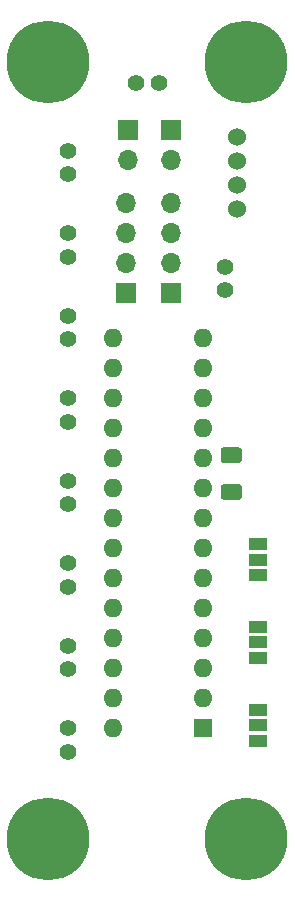
<source format=gts>
%TF.GenerationSoftware,KiCad,Pcbnew,5.1.10*%
%TF.CreationDate,2021-12-13T09:12:35+01:00*%
%TF.ProjectId,serialization_board,73657269-616c-4697-9a61-74696f6e5f62,rev?*%
%TF.SameCoordinates,Original*%
%TF.FileFunction,Soldermask,Top*%
%TF.FilePolarity,Negative*%
%FSLAX46Y46*%
G04 Gerber Fmt 4.6, Leading zero omitted, Abs format (unit mm)*
G04 Created by KiCad (PCBNEW 5.1.10) date 2021-12-13 09:12:35*
%MOMM*%
%LPD*%
G01*
G04 APERTURE LIST*
%ADD10O,1.700000X1.700000*%
%ADD11R,1.700000X1.700000*%
%ADD12C,1.397000*%
%ADD13C,7.000000*%
%ADD14O,1.600000X1.600000*%
%ADD15R,1.600000X1.600000*%
%ADD16R,1.500000X1.000000*%
%ADD17C,1.524000*%
G04 APERTURE END LIST*
D10*
X74168000Y-34183000D03*
D11*
X74168000Y-31643000D03*
D10*
X70485000Y-34163000D03*
D11*
X70485000Y-31623000D03*
D10*
X70358000Y-37846000D03*
X70358000Y-40386000D03*
X70358000Y-42926000D03*
D11*
X70358000Y-45466000D03*
D10*
X74168000Y-37846000D03*
X74168000Y-40386000D03*
X74168000Y-42926000D03*
D11*
X74168000Y-45466000D03*
D12*
X65405000Y-33400999D03*
X65405000Y-35401001D03*
X65405000Y-82295999D03*
X65405000Y-84296001D03*
D13*
X80518000Y-25908000D03*
X80518000Y-91694000D03*
X63754000Y-91694000D03*
X63754000Y-25908000D03*
D12*
X65405000Y-68325999D03*
X65405000Y-70326001D03*
D14*
X69215000Y-82296000D03*
X76835000Y-49276000D03*
X69215000Y-79756000D03*
X76835000Y-51816000D03*
X69215000Y-77216000D03*
X76835000Y-54356000D03*
X69215000Y-74676000D03*
X76835000Y-56896000D03*
X69215000Y-72136000D03*
X76835000Y-59436000D03*
X69215000Y-69596000D03*
X76835000Y-61976000D03*
X69215000Y-67056000D03*
X76835000Y-64516000D03*
X69215000Y-64516000D03*
X76835000Y-67056000D03*
X69215000Y-61976000D03*
X76835000Y-69596000D03*
X69215000Y-59436000D03*
X76835000Y-72136000D03*
X69215000Y-56896000D03*
X76835000Y-74676000D03*
X69215000Y-54356000D03*
X76835000Y-77216000D03*
X69215000Y-51816000D03*
X76835000Y-79756000D03*
X69215000Y-49276000D03*
D15*
X76835000Y-82296000D03*
D12*
X65405000Y-40386000D03*
X65405000Y-42386002D03*
X65405000Y-75310999D03*
X65405000Y-77311001D03*
X65405000Y-61340999D03*
X65405000Y-63341001D03*
X65405000Y-54355999D03*
X65405000Y-56356001D03*
X65405000Y-47370999D03*
X65405000Y-49371001D03*
D16*
X81534000Y-69342000D03*
X81534000Y-68042000D03*
X81534000Y-66742000D03*
X81534000Y-76342000D03*
X81534000Y-75042000D03*
X81534000Y-73742000D03*
X81534000Y-83342000D03*
X81534000Y-82042000D03*
X81534000Y-80742000D03*
D12*
X78740000Y-45212000D03*
X78740000Y-43211998D03*
D17*
X79756000Y-38354000D03*
X79756000Y-36303999D03*
X79756000Y-34254001D03*
X79756000Y-32204000D03*
D12*
X73136001Y-27686000D03*
X71135999Y-27686000D03*
G36*
G01*
X79898001Y-59844500D02*
X78597999Y-59844500D01*
G75*
G02*
X78348000Y-59594501I0J249999D01*
G01*
X78348000Y-58769499D01*
G75*
G02*
X78597999Y-58519500I249999J0D01*
G01*
X79898001Y-58519500D01*
G75*
G02*
X80148000Y-58769499I0J-249999D01*
G01*
X80148000Y-59594501D01*
G75*
G02*
X79898001Y-59844500I-249999J0D01*
G01*
G37*
G36*
G01*
X79898001Y-62969500D02*
X78597999Y-62969500D01*
G75*
G02*
X78348000Y-62719501I0J249999D01*
G01*
X78348000Y-61894499D01*
G75*
G02*
X78597999Y-61644500I249999J0D01*
G01*
X79898001Y-61644500D01*
G75*
G02*
X80148000Y-61894499I0J-249999D01*
G01*
X80148000Y-62719501D01*
G75*
G02*
X79898001Y-62969500I-249999J0D01*
G01*
G37*
M02*

</source>
